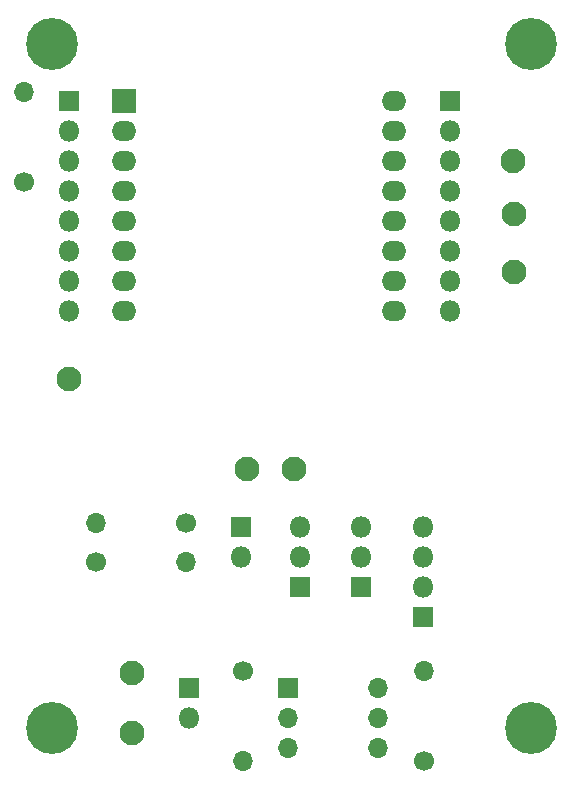
<source format=gbr>
%TF.GenerationSoftware,KiCad,Pcbnew,(5.1.6)-1*%
%TF.CreationDate,2022-07-24T18:58:52+10:00*%
%TF.ProjectId,v0.2a,76302e32-612e-46b6-9963-61645f706362,rev?*%
%TF.SameCoordinates,Original*%
%TF.FileFunction,Soldermask,Top*%
%TF.FilePolarity,Negative*%
%FSLAX46Y46*%
G04 Gerber Fmt 4.6, Leading zero omitted, Abs format (unit mm)*
G04 Created by KiCad (PCBNEW (5.1.6)-1) date 2022-07-24 18:58:52*
%MOMM*%
%LPD*%
G01*
G04 APERTURE LIST*
%ADD10C,4.400000*%
%ADD11R,1.700000X1.700000*%
%ADD12O,1.700000X1.700000*%
%ADD13O,1.800000X1.800000*%
%ADD14R,1.800000X1.800000*%
%ADD15C,1.700000*%
%ADD16C,2.100000*%
%ADD17O,2.100000X1.700000*%
%ADD18R,2.100000X2.100000*%
G04 APERTURE END LIST*
D10*
%TO.C,REF\u002A\u002A*%
X92583000Y-136906000D03*
%TD*%
%TO.C,REF\u002A\u002A*%
X133096000Y-136906000D03*
%TD*%
%TO.C,REF\u002A\u002A*%
X92583000Y-78994000D03*
%TD*%
%TO.C,REF\u002A\u002A*%
X133096000Y-78994000D03*
%TD*%
D11*
%TO.C,U1*%
X112522000Y-133477000D03*
D12*
X120142000Y-138557000D03*
X112522000Y-136017000D03*
X120142000Y-136017000D03*
X112522000Y-138557000D03*
X120142000Y-133477000D03*
%TD*%
D13*
%TO.C,J1*%
X108585000Y-122428000D03*
D14*
X108585000Y-119888000D03*
%TD*%
%TO.C,J2*%
X113538000Y-124968000D03*
D13*
X113538000Y-122428000D03*
X113538000Y-119888000D03*
%TD*%
D14*
%TO.C,J3*%
X104140000Y-133477000D03*
D13*
X104140000Y-136017000D03*
%TD*%
%TO.C,J4*%
X118745000Y-119888000D03*
X118745000Y-122428000D03*
D14*
X118745000Y-124968000D03*
%TD*%
%TO.C,J5*%
X123952000Y-127508000D03*
D13*
X123952000Y-124968000D03*
X123952000Y-122428000D03*
X123952000Y-119888000D03*
%TD*%
D14*
%TO.C,J6*%
X126238000Y-83820000D03*
D13*
X126238000Y-86360000D03*
X126238000Y-88900000D03*
X126238000Y-91440000D03*
X126238000Y-93980000D03*
X126238000Y-96520000D03*
X126238000Y-99060000D03*
X126238000Y-101600000D03*
%TD*%
%TO.C,J7*%
X93980000Y-101600000D03*
X93980000Y-99060000D03*
X93980000Y-96520000D03*
X93980000Y-93980000D03*
X93980000Y-91440000D03*
X93980000Y-88900000D03*
X93980000Y-86360000D03*
D14*
X93980000Y-83820000D03*
%TD*%
D15*
%TO.C,R1*%
X124079000Y-139700000D03*
D12*
X124079000Y-132080000D03*
%TD*%
D15*
%TO.C,R2*%
X108712000Y-132080000D03*
D12*
X108712000Y-139700000D03*
%TD*%
%TO.C,R3*%
X96266000Y-119507000D03*
D15*
X103886000Y-119507000D03*
%TD*%
%TO.C,R4*%
X96266000Y-122809000D03*
D12*
X103886000Y-122809000D03*
%TD*%
%TO.C,R5*%
X90170000Y-83058000D03*
D15*
X90170000Y-90678000D03*
%TD*%
D16*
%TO.C,TP1*%
X99314000Y-132207000D03*
%TD*%
%TO.C,TP2*%
X131699000Y-98298000D03*
%TD*%
%TO.C,TP3*%
X93980000Y-107315000D03*
%TD*%
%TO.C,TP4*%
X113030000Y-114935000D03*
%TD*%
%TO.C,TP5*%
X131699000Y-93345000D03*
%TD*%
%TO.C,TP6*%
X99314000Y-137287000D03*
%TD*%
%TO.C,TP8*%
X131572000Y-88900000D03*
%TD*%
D17*
%TO.C,U2*%
X98679000Y-86360000D03*
D18*
X98679000Y-83820000D03*
D17*
X98679000Y-88900000D03*
X98679000Y-91440000D03*
X98679000Y-93980000D03*
X98679000Y-96520000D03*
X98679000Y-99060000D03*
X98679000Y-101600000D03*
X121539000Y-101600000D03*
X121539000Y-99060000D03*
X121539000Y-96520000D03*
X121539000Y-93980000D03*
X121539000Y-91440000D03*
X121539000Y-88900000D03*
X121539000Y-86360000D03*
X121539000Y-83820000D03*
%TD*%
D16*
%TO.C,TP7*%
X109093000Y-114935000D03*
%TD*%
M02*

</source>
